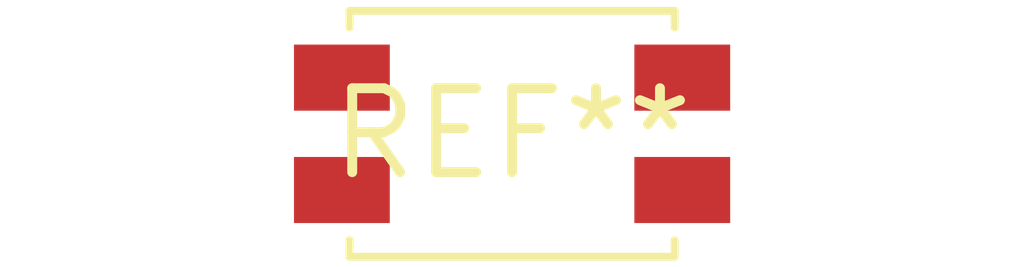
<source format=kicad_pcb>
(kicad_pcb (version 20240108) (generator pcbnew)
  (layers (0 "F.Cu" signal) (31 "B.Cu" signal) (34 "B.Paste" user) (35 "F.Paste" user) (36 "B.SilkS" user "B.Silkscreen") (37 "F.SilkS" user "F.Silkscreen") (38 "B.Mask" user) (39 "F.Mask" user) (44 "Edge.Cuts" user))
  (net 0 "")
  (footprint "SW_SPST_EVQP2" (layer "F.Cu") (at 0 0)
    (property "Reference" "REF**")
    (property "Value" "SW_SPST_EVQP2")
    (fp_line (start -2.46 -1.86) (end -2.46 -1.61) (layer "F.SilkS") (stroke (width 0.12)))
    (fp_line (start -2.46 1.61) (end -2.46 1.86) (layer "F.SilkS") (stroke (width 0.12)))
    (fp_line (start -2.46 1.86) (end 2.46 1.86) (layer "F.SilkS") (stroke (width 0.12)))
    (fp_line (start 2.46 -1.86) (end -2.46 -1.86) (layer "F.SilkS") (stroke (width 0.12)))
    (fp_line (start 2.46 -1.86) (end 2.46 -1.61) (layer "F.SilkS") (stroke (width 0.12)))
    (fp_line (start 2.46 1.61) (end 2.46 1.86) (layer "F.SilkS") (stroke (width 0.12)))
    (pad "1" smd rect (at -2.575 -0.85) (size 1.45 1) (layers "F.Cu" "F.Paste" "F.Mask"))
    (pad "1" smd rect (at 2.575 -0.85) (size 1.45 1) (layers "F.Cu" "F.Paste" "F.Mask"))
    (pad "2" smd rect (at -2.575 0.85) (size 1.45 1) (layers "F.Cu" "F.Paste" "F.Mask"))
    (pad "2" smd rect (at 2.575 0.85) (size 1.45 1) (layers "F.Cu" "F.Paste" "F.Mask"))
  )
)
</source>
